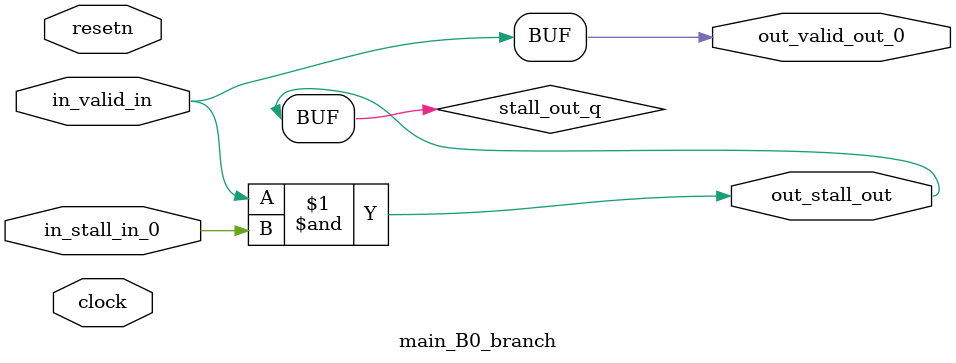
<source format=sv>



(* altera_attribute = "-name AUTO_SHIFT_REGISTER_RECOGNITION OFF; -name MESSAGE_DISABLE 10036; -name MESSAGE_DISABLE 10037; -name MESSAGE_DISABLE 14130; -name MESSAGE_DISABLE 14320; -name MESSAGE_DISABLE 15400; -name MESSAGE_DISABLE 14130; -name MESSAGE_DISABLE 10036; -name MESSAGE_DISABLE 12020; -name MESSAGE_DISABLE 12030; -name MESSAGE_DISABLE 12010; -name MESSAGE_DISABLE 12110; -name MESSAGE_DISABLE 14320; -name MESSAGE_DISABLE 13410; -name MESSAGE_DISABLE 113007; -name MESSAGE_DISABLE 10958" *)
module main_B0_branch (
    input wire [0:0] in_stall_in_0,
    input wire [0:0] in_valid_in,
    output wire [0:0] out_stall_out,
    output wire [0:0] out_valid_out_0,
    input wire clock,
    input wire resetn
    );

    wire [0:0] stall_out_q;


    // stall_out(LOGICAL,6)
    assign stall_out_q = in_valid_in & in_stall_in_0;

    // out_stall_out(GPOUT,4)
    assign out_stall_out = stall_out_q;

    // out_valid_out_0(GPOUT,5)
    assign out_valid_out_0 = in_valid_in;

endmodule

</source>
